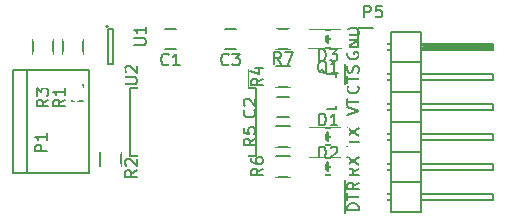
<source format=gto>
G04 #@! TF.FileFunction,Legend,Top*
%FSLAX46Y46*%
G04 Gerber Fmt 4.6, Leading zero omitted, Abs format (unit mm)*
G04 Created by KiCad (PCBNEW 4.0.0-stable) date Sunday, July 24, 2016 'PMt' 12:32:08 PM*
%MOMM*%
G01*
G04 APERTURE LIST*
%ADD10C,0.100000*%
%ADD11C,0.150000*%
%ADD12R,1.400000X1.650000*%
%ADD13R,1.598880X1.598880*%
%ADD14R,2.429460X1.540460*%
%ADD15R,1.750000X0.800000*%
%ADD16O,1.350000X1.650000*%
%ADD17O,1.950000X1.400000*%
%ADD18R,2.127200X2.432000*%
%ADD19O,2.127200X2.432000*%
%ADD20R,2.432000X2.127200*%
%ADD21O,2.432000X2.127200*%
%ADD22R,1.200100X1.200100*%
%ADD23R,1.700000X1.100000*%
%ADD24R,1.100000X1.700000*%
%ADD25R,1.460000X1.050000*%
%ADD26R,0.850000X2.150000*%
G04 APERTURE END LIST*
D10*
D11*
X28011381Y762143D02*
X27011381Y762143D01*
X27011381Y1000238D01*
X27059000Y1143096D01*
X27154238Y1238334D01*
X27249476Y1285953D01*
X27439952Y1333572D01*
X27582810Y1333572D01*
X27773286Y1285953D01*
X27868524Y1238334D01*
X27963762Y1143096D01*
X28011381Y1000238D01*
X28011381Y762143D01*
X27011381Y1619286D02*
X27011381Y2190715D01*
X28011381Y1905000D02*
X27011381Y1905000D01*
X28011381Y3095477D02*
X27535190Y2762143D01*
X28011381Y2524048D02*
X27011381Y2524048D01*
X27011381Y2905001D01*
X27059000Y3000239D01*
X27106619Y3047858D01*
X27201857Y3095477D01*
X27344714Y3095477D01*
X27439952Y3047858D01*
X27487571Y3000239D01*
X27535190Y2905001D01*
X27535190Y2524048D01*
X26839000Y524048D02*
X26839000Y3285953D01*
X28011381Y4278334D02*
X27535190Y3945000D01*
X28011381Y3706905D02*
X27011381Y3706905D01*
X27011381Y4087858D01*
X27059000Y4183096D01*
X27106619Y4230715D01*
X27201857Y4278334D01*
X27344714Y4278334D01*
X27439952Y4230715D01*
X27487571Y4183096D01*
X27535190Y4087858D01*
X27535190Y3706905D01*
X27011381Y4611667D02*
X28011381Y5278334D01*
X27011381Y5278334D02*
X28011381Y4611667D01*
X27011381Y6223095D02*
X27011381Y6794524D01*
X28011381Y6508809D02*
X27011381Y6508809D01*
X27011381Y7032619D02*
X28011381Y7699286D01*
X27011381Y7699286D02*
X28011381Y7032619D01*
X27011381Y8810714D02*
X28011381Y9144047D01*
X27011381Y9477381D01*
X27011381Y9667857D02*
X27011381Y10239286D01*
X28011381Y9953571D02*
X27011381Y9953571D01*
X27916143Y11263381D02*
X27963762Y11215762D01*
X28011381Y11072905D01*
X28011381Y10977667D01*
X27963762Y10834809D01*
X27868524Y10739571D01*
X27773286Y10691952D01*
X27582810Y10644333D01*
X27439952Y10644333D01*
X27249476Y10691952D01*
X27154238Y10739571D01*
X27059000Y10834809D01*
X27011381Y10977667D01*
X27011381Y11072905D01*
X27059000Y11215762D01*
X27106619Y11263381D01*
X27011381Y11549095D02*
X27011381Y12120524D01*
X28011381Y11834809D02*
X27011381Y11834809D01*
X27963762Y12406238D02*
X28011381Y12549095D01*
X28011381Y12787191D01*
X27963762Y12882429D01*
X27916143Y12930048D01*
X27820905Y12977667D01*
X27725667Y12977667D01*
X27630429Y12930048D01*
X27582810Y12882429D01*
X27535190Y12787191D01*
X27487571Y12596714D01*
X27439952Y12501476D01*
X27392333Y12453857D01*
X27297095Y12406238D01*
X27201857Y12406238D01*
X27106619Y12453857D01*
X27059000Y12501476D01*
X27011381Y12596714D01*
X27011381Y12834810D01*
X27059000Y12977667D01*
X26839000Y10453857D02*
X26839000Y13168143D01*
X27059000Y14097096D02*
X27011381Y14001858D01*
X27011381Y13859001D01*
X27059000Y13716143D01*
X27154238Y13620905D01*
X27249476Y13573286D01*
X27439952Y13525667D01*
X27582810Y13525667D01*
X27773286Y13573286D01*
X27868524Y13620905D01*
X27963762Y13716143D01*
X28011381Y13859001D01*
X28011381Y13954239D01*
X27963762Y14097096D01*
X27916143Y14144715D01*
X27582810Y14144715D01*
X27582810Y13954239D01*
X28011381Y14573286D02*
X27011381Y14573286D01*
X28011381Y15144715D01*
X27011381Y15144715D01*
X28011381Y15620905D02*
X27011381Y15620905D01*
X27011381Y15859000D01*
X27059000Y16001858D01*
X27154238Y16097096D01*
X27249476Y16144715D01*
X27439952Y16192334D01*
X27582810Y16192334D01*
X27773286Y16144715D01*
X27868524Y16097096D01*
X27963762Y16001858D01*
X28011381Y15859000D01*
X28011381Y15620905D01*
X22090000Y10375000D02*
X21090000Y10375000D01*
X21090000Y8675000D02*
X22090000Y8675000D01*
X23800000Y6235000D02*
X26500000Y6235000D01*
X23800000Y7735000D02*
X26500000Y7735000D01*
X25300000Y6835000D02*
X25300000Y7085000D01*
X25300000Y7085000D02*
X25150000Y6935000D01*
X25050000Y7335000D02*
X25050000Y6635000D01*
X25400000Y6985000D02*
X25750000Y6985000D01*
X25050000Y6985000D02*
X25400000Y7335000D01*
X25400000Y7335000D02*
X25400000Y6635000D01*
X25400000Y6635000D02*
X25050000Y6985000D01*
X23800000Y3695000D02*
X26500000Y3695000D01*
X23800000Y5195000D02*
X26500000Y5195000D01*
X25300000Y4295000D02*
X25300000Y4545000D01*
X25300000Y4545000D02*
X25150000Y4395000D01*
X25050000Y4795000D02*
X25050000Y4095000D01*
X25400000Y4445000D02*
X25750000Y4445000D01*
X25050000Y4445000D02*
X25400000Y4795000D01*
X25400000Y4795000D02*
X25400000Y4095000D01*
X25400000Y4095000D02*
X25050000Y4445000D01*
X-1277460Y12605900D02*
X-1277460Y3905900D01*
X5127540Y12605900D02*
X5127540Y3905900D01*
X5127540Y3905900D02*
X-1277460Y3905900D01*
X-47460Y3905900D02*
X-47460Y12605900D01*
X-1277460Y12605900D02*
X5127540Y12605900D01*
X27910000Y16155000D02*
X27910000Y14605000D01*
X29210000Y16155000D02*
X27910000Y16155000D01*
X33401000Y14732000D02*
X39243000Y14732000D01*
X39243000Y14732000D02*
X39243000Y14478000D01*
X39243000Y14478000D02*
X33401000Y14478000D01*
X33401000Y14478000D02*
X33401000Y14605000D01*
X33401000Y14605000D02*
X39243000Y14605000D01*
X30734000Y14859000D02*
X30353000Y14859000D01*
X30734000Y14351000D02*
X30353000Y14351000D01*
X30734000Y12319000D02*
X30353000Y12319000D01*
X30734000Y11811000D02*
X30353000Y11811000D01*
X30734000Y9779000D02*
X30353000Y9779000D01*
X30734000Y9271000D02*
X30353000Y9271000D01*
X30734000Y1651000D02*
X30353000Y1651000D01*
X30734000Y2159000D02*
X30353000Y2159000D01*
X30734000Y4191000D02*
X30353000Y4191000D01*
X30734000Y4699000D02*
X30353000Y4699000D01*
X30734000Y6731000D02*
X30353000Y6731000D01*
X30734000Y7239000D02*
X30353000Y7239000D01*
X30734000Y15875000D02*
X33274000Y15875000D01*
X30734000Y13335000D02*
X33274000Y13335000D01*
X30734000Y13335000D02*
X30734000Y10795000D01*
X30734000Y10795000D02*
X33274000Y10795000D01*
X33274000Y12319000D02*
X39370000Y12319000D01*
X39370000Y12319000D02*
X39370000Y11811000D01*
X39370000Y11811000D02*
X33274000Y11811000D01*
X33274000Y10795000D02*
X33274000Y13335000D01*
X33274000Y13335000D02*
X33274000Y15875000D01*
X39370000Y14351000D02*
X33274000Y14351000D01*
X39370000Y14859000D02*
X39370000Y14351000D01*
X33274000Y14859000D02*
X39370000Y14859000D01*
X30734000Y13335000D02*
X33274000Y13335000D01*
X30734000Y15875000D02*
X30734000Y13335000D01*
X30734000Y5715000D02*
X33274000Y5715000D01*
X30734000Y5715000D02*
X30734000Y3175000D01*
X30734000Y3175000D02*
X33274000Y3175000D01*
X33274000Y4699000D02*
X39370000Y4699000D01*
X39370000Y4699000D02*
X39370000Y4191000D01*
X39370000Y4191000D02*
X33274000Y4191000D01*
X33274000Y3175000D02*
X33274000Y5715000D01*
X33274000Y635000D02*
X33274000Y3175000D01*
X39370000Y1651000D02*
X33274000Y1651000D01*
X39370000Y2159000D02*
X39370000Y1651000D01*
X33274000Y2159000D02*
X39370000Y2159000D01*
X30734000Y635000D02*
X33274000Y635000D01*
X30734000Y3175000D02*
X30734000Y635000D01*
X30734000Y3175000D02*
X33274000Y3175000D01*
X30734000Y8255000D02*
X33274000Y8255000D01*
X30734000Y8255000D02*
X30734000Y5715000D01*
X30734000Y5715000D02*
X33274000Y5715000D01*
X33274000Y7239000D02*
X39370000Y7239000D01*
X39370000Y7239000D02*
X39370000Y6731000D01*
X39370000Y6731000D02*
X33274000Y6731000D01*
X33274000Y5715000D02*
X33274000Y8255000D01*
X33274000Y8255000D02*
X33274000Y10795000D01*
X39370000Y9271000D02*
X33274000Y9271000D01*
X39370000Y9779000D02*
X39370000Y9271000D01*
X33274000Y9779000D02*
X39370000Y9779000D01*
X30734000Y8255000D02*
X33274000Y8255000D01*
X30734000Y10795000D02*
X30734000Y8255000D01*
X30734000Y10795000D02*
X33274000Y10795000D01*
X26050240Y9495840D02*
X26050240Y9544100D01*
X25349200Y12294820D02*
X26050240Y12294820D01*
X26050240Y12294820D02*
X26050240Y12045900D01*
X26050240Y9495840D02*
X26050240Y9295180D01*
X26050240Y9295180D02*
X25349200Y9295180D01*
X4685000Y15205000D02*
X4685000Y14005000D01*
X2935000Y14005000D02*
X2935000Y15205000D01*
X7860000Y5680000D02*
X7860000Y4480000D01*
X6110000Y4480000D02*
X6110000Y5680000D01*
X2145000Y15205000D02*
X2145000Y14005000D01*
X395000Y14005000D02*
X395000Y15205000D01*
X22190000Y11190000D02*
X20990000Y11190000D01*
X20990000Y12940000D02*
X22190000Y12940000D01*
X22190000Y6110000D02*
X20990000Y6110000D01*
X20990000Y7860000D02*
X22190000Y7860000D01*
X22190000Y3570000D02*
X20990000Y3570000D01*
X20990000Y5320000D02*
X22190000Y5320000D01*
X6785000Y16305000D02*
G75*
G03X6785000Y16305000I-100000J0D01*
G01*
X7235000Y16055000D02*
X6735000Y16055000D01*
X7235000Y13155000D02*
X7235000Y16055000D01*
X6735000Y13155000D02*
X7235000Y13155000D01*
X6735000Y16055000D02*
X6735000Y13155000D01*
X19295000Y11130000D02*
X18645000Y11130000D01*
X19295000Y5380000D02*
X18645000Y5380000D01*
X8645000Y5380000D02*
X9295000Y5380000D01*
X8645000Y11130000D02*
X9295000Y11130000D01*
X19295000Y11130000D02*
X19295000Y5380000D01*
X8645000Y11130000D02*
X8645000Y5380000D01*
X18645000Y11130000D02*
X18645000Y12730000D01*
X12565000Y16090000D02*
X11565000Y16090000D01*
X11565000Y14390000D02*
X12565000Y14390000D01*
X23800000Y14490000D02*
X26500000Y14490000D01*
X23800000Y15990000D02*
X26500000Y15990000D01*
X25300000Y15090000D02*
X25300000Y15340000D01*
X25300000Y15340000D02*
X25150000Y15190000D01*
X25050000Y15590000D02*
X25050000Y14890000D01*
X25400000Y15240000D02*
X25750000Y15240000D01*
X25050000Y15240000D02*
X25400000Y15590000D01*
X25400000Y15590000D02*
X25400000Y14890000D01*
X25400000Y14890000D02*
X25050000Y15240000D01*
X22190000Y14365000D02*
X20990000Y14365000D01*
X20990000Y16115000D02*
X22190000Y16115000D01*
X16645000Y14390000D02*
X17645000Y14390000D01*
X17645000Y16090000D02*
X16645000Y16090000D01*
X19153143Y9231334D02*
X19200762Y9183715D01*
X19248381Y9040858D01*
X19248381Y8945620D01*
X19200762Y8802762D01*
X19105524Y8707524D01*
X19010286Y8659905D01*
X18819810Y8612286D01*
X18676952Y8612286D01*
X18486476Y8659905D01*
X18391238Y8707524D01*
X18296000Y8802762D01*
X18248381Y8945620D01*
X18248381Y9040858D01*
X18296000Y9183715D01*
X18343619Y9231334D01*
X18343619Y9612286D02*
X18296000Y9659905D01*
X18248381Y9755143D01*
X18248381Y9993239D01*
X18296000Y10088477D01*
X18343619Y10136096D01*
X18438857Y10183715D01*
X18534095Y10183715D01*
X18676952Y10136096D01*
X19248381Y9564667D01*
X19248381Y10183715D01*
X24661905Y7929619D02*
X24661905Y8929619D01*
X24900000Y8929619D01*
X25042858Y8882000D01*
X25138096Y8786762D01*
X25185715Y8691524D01*
X25233334Y8501048D01*
X25233334Y8358190D01*
X25185715Y8167714D01*
X25138096Y8072476D01*
X25042858Y7977238D01*
X24900000Y7929619D01*
X24661905Y7929619D01*
X26185715Y7929619D02*
X25614286Y7929619D01*
X25900000Y7929619D02*
X25900000Y8929619D01*
X25804762Y8786762D01*
X25709524Y8691524D01*
X25614286Y8643905D01*
X24661905Y5135619D02*
X24661905Y6135619D01*
X24900000Y6135619D01*
X25042858Y6088000D01*
X25138096Y5992762D01*
X25185715Y5897524D01*
X25233334Y5707048D01*
X25233334Y5564190D01*
X25185715Y5373714D01*
X25138096Y5278476D01*
X25042858Y5183238D01*
X24900000Y5135619D01*
X24661905Y5135619D01*
X25614286Y6040381D02*
X25661905Y6088000D01*
X25757143Y6135619D01*
X25995239Y6135619D01*
X26090477Y6088000D01*
X26138096Y6040381D01*
X26185715Y5945143D01*
X26185715Y5849905D01*
X26138096Y5707048D01*
X25566667Y5135619D01*
X26185715Y5135619D01*
X4162751Y10362607D02*
X4162751Y10029273D01*
X4686561Y10029273D02*
X3686561Y10029273D01*
X3686561Y10505464D01*
X4686561Y11410226D02*
X4686561Y10838797D01*
X4686561Y11124511D02*
X3686561Y11124511D01*
X3829418Y11029273D01*
X3924656Y10934035D01*
X3972275Y10838797D01*
X1595381Y5738905D02*
X595381Y5738905D01*
X595381Y6119858D01*
X643000Y6215096D01*
X690619Y6262715D01*
X785857Y6310334D01*
X928714Y6310334D01*
X1023952Y6262715D01*
X1071571Y6215096D01*
X1119190Y6119858D01*
X1119190Y5738905D01*
X1595381Y7262715D02*
X1595381Y6691286D01*
X1595381Y6977000D02*
X595381Y6977000D01*
X738238Y6881762D01*
X833476Y6786524D01*
X881095Y6691286D01*
X28471905Y17073619D02*
X28471905Y18073619D01*
X28852858Y18073619D01*
X28948096Y18026000D01*
X28995715Y17978381D01*
X29043334Y17883143D01*
X29043334Y17740286D01*
X28995715Y17645048D01*
X28948096Y17597429D01*
X28852858Y17549810D01*
X28471905Y17549810D01*
X29948096Y18073619D02*
X29471905Y18073619D01*
X29424286Y17597429D01*
X29471905Y17645048D01*
X29567143Y17692667D01*
X29805239Y17692667D01*
X29900477Y17645048D01*
X29948096Y17597429D01*
X29995715Y17502190D01*
X29995715Y17264095D01*
X29948096Y17168857D01*
X29900477Y17121238D01*
X29805239Y17073619D01*
X29567143Y17073619D01*
X29471905Y17121238D01*
X29424286Y17168857D01*
X25304762Y12279381D02*
X25209524Y12327000D01*
X25114286Y12422238D01*
X24971429Y12565095D01*
X24876190Y12612714D01*
X24780952Y12612714D01*
X24828571Y12374619D02*
X24733333Y12422238D01*
X24638095Y12517476D01*
X24590476Y12707952D01*
X24590476Y13041286D01*
X24638095Y13231762D01*
X24733333Y13327000D01*
X24828571Y13374619D01*
X25019048Y13374619D01*
X25114286Y13327000D01*
X25209524Y13231762D01*
X25257143Y13041286D01*
X25257143Y12707952D01*
X25209524Y12517476D01*
X25114286Y12422238D01*
X25019048Y12374619D01*
X24828571Y12374619D01*
X26209524Y12374619D02*
X25638095Y12374619D01*
X25923809Y12374619D02*
X25923809Y13374619D01*
X25828571Y13231762D01*
X25733333Y13136524D01*
X25638095Y13088905D01*
X3119381Y10120334D02*
X2643190Y9787000D01*
X3119381Y9548905D02*
X2119381Y9548905D01*
X2119381Y9929858D01*
X2167000Y10025096D01*
X2214619Y10072715D01*
X2309857Y10120334D01*
X2452714Y10120334D01*
X2547952Y10072715D01*
X2595571Y10025096D01*
X2643190Y9929858D01*
X2643190Y9548905D01*
X3119381Y11072715D02*
X3119381Y10501286D01*
X3119381Y10787000D02*
X2119381Y10787000D01*
X2262238Y10691762D01*
X2357476Y10596524D01*
X2405095Y10501286D01*
X9215381Y4151334D02*
X8739190Y3818000D01*
X9215381Y3579905D02*
X8215381Y3579905D01*
X8215381Y3960858D01*
X8263000Y4056096D01*
X8310619Y4103715D01*
X8405857Y4151334D01*
X8548714Y4151334D01*
X8643952Y4103715D01*
X8691571Y4056096D01*
X8739190Y3960858D01*
X8739190Y3579905D01*
X8310619Y4532286D02*
X8263000Y4579905D01*
X8215381Y4675143D01*
X8215381Y4913239D01*
X8263000Y5008477D01*
X8310619Y5056096D01*
X8405857Y5103715D01*
X8501095Y5103715D01*
X8643952Y5056096D01*
X9215381Y4484667D01*
X9215381Y5103715D01*
X1722381Y10120334D02*
X1246190Y9787000D01*
X1722381Y9548905D02*
X722381Y9548905D01*
X722381Y9929858D01*
X770000Y10025096D01*
X817619Y10072715D01*
X912857Y10120334D01*
X1055714Y10120334D01*
X1150952Y10072715D01*
X1198571Y10025096D01*
X1246190Y9929858D01*
X1246190Y9548905D01*
X722381Y10453667D02*
X722381Y11072715D01*
X1103333Y10739381D01*
X1103333Y10882239D01*
X1150952Y10977477D01*
X1198571Y11025096D01*
X1293810Y11072715D01*
X1531905Y11072715D01*
X1627143Y11025096D01*
X1674762Y10977477D01*
X1722381Y10882239D01*
X1722381Y10596524D01*
X1674762Y10501286D01*
X1627143Y10453667D01*
X19883381Y11898334D02*
X19407190Y11565000D01*
X19883381Y11326905D02*
X18883381Y11326905D01*
X18883381Y11707858D01*
X18931000Y11803096D01*
X18978619Y11850715D01*
X19073857Y11898334D01*
X19216714Y11898334D01*
X19311952Y11850715D01*
X19359571Y11803096D01*
X19407190Y11707858D01*
X19407190Y11326905D01*
X19216714Y12755477D02*
X19883381Y12755477D01*
X18835762Y12517381D02*
X19550048Y12279286D01*
X19550048Y12898334D01*
X19248381Y6818334D02*
X18772190Y6485000D01*
X19248381Y6246905D02*
X18248381Y6246905D01*
X18248381Y6627858D01*
X18296000Y6723096D01*
X18343619Y6770715D01*
X18438857Y6818334D01*
X18581714Y6818334D01*
X18676952Y6770715D01*
X18724571Y6723096D01*
X18772190Y6627858D01*
X18772190Y6246905D01*
X18248381Y7723096D02*
X18248381Y7246905D01*
X18724571Y7199286D01*
X18676952Y7246905D01*
X18629333Y7342143D01*
X18629333Y7580239D01*
X18676952Y7675477D01*
X18724571Y7723096D01*
X18819810Y7770715D01*
X19057905Y7770715D01*
X19153143Y7723096D01*
X19200762Y7675477D01*
X19248381Y7580239D01*
X19248381Y7342143D01*
X19200762Y7246905D01*
X19153143Y7199286D01*
X19883381Y4278334D02*
X19407190Y3945000D01*
X19883381Y3706905D02*
X18883381Y3706905D01*
X18883381Y4087858D01*
X18931000Y4183096D01*
X18978619Y4230715D01*
X19073857Y4278334D01*
X19216714Y4278334D01*
X19311952Y4230715D01*
X19359571Y4183096D01*
X19407190Y4087858D01*
X19407190Y3706905D01*
X18883381Y5135477D02*
X18883381Y4945000D01*
X18931000Y4849762D01*
X18978619Y4802143D01*
X19121476Y4706905D01*
X19311952Y4659286D01*
X19692905Y4659286D01*
X19788143Y4706905D01*
X19835762Y4754524D01*
X19883381Y4849762D01*
X19883381Y5040239D01*
X19835762Y5135477D01*
X19788143Y5183096D01*
X19692905Y5230715D01*
X19454810Y5230715D01*
X19359571Y5183096D01*
X19311952Y5135477D01*
X19264333Y5040239D01*
X19264333Y4849762D01*
X19311952Y4754524D01*
X19359571Y4706905D01*
X19454810Y4659286D01*
X8977381Y14732095D02*
X9786905Y14732095D01*
X9882143Y14779714D01*
X9929762Y14827333D01*
X9977381Y14922571D01*
X9977381Y15113048D01*
X9929762Y15208286D01*
X9882143Y15255905D01*
X9786905Y15303524D01*
X8977381Y15303524D01*
X9977381Y16303524D02*
X9977381Y15732095D01*
X9977381Y16017809D02*
X8977381Y16017809D01*
X9120238Y15922571D01*
X9215476Y15827333D01*
X9263095Y15732095D01*
X8215381Y11430095D02*
X9024905Y11430095D01*
X9120143Y11477714D01*
X9167762Y11525333D01*
X9215381Y11620571D01*
X9215381Y11811048D01*
X9167762Y11906286D01*
X9120143Y11953905D01*
X9024905Y12001524D01*
X8215381Y12001524D01*
X8310619Y12430095D02*
X8263000Y12477714D01*
X8215381Y12572952D01*
X8215381Y12811048D01*
X8263000Y12906286D01*
X8310619Y12953905D01*
X8405857Y13001524D01*
X8501095Y13001524D01*
X8643952Y12953905D01*
X9215381Y12382476D01*
X9215381Y13001524D01*
X11898334Y13104857D02*
X11850715Y13057238D01*
X11707858Y13009619D01*
X11612620Y13009619D01*
X11469762Y13057238D01*
X11374524Y13152476D01*
X11326905Y13247714D01*
X11279286Y13438190D01*
X11279286Y13581048D01*
X11326905Y13771524D01*
X11374524Y13866762D01*
X11469762Y13962000D01*
X11612620Y14009619D01*
X11707858Y14009619D01*
X11850715Y13962000D01*
X11898334Y13914381D01*
X12850715Y13009619D02*
X12279286Y13009619D01*
X12565000Y13009619D02*
X12565000Y14009619D01*
X12469762Y13866762D01*
X12374524Y13771524D01*
X12279286Y13723905D01*
X24661905Y13390619D02*
X24661905Y14390619D01*
X24900000Y14390619D01*
X25042858Y14343000D01*
X25138096Y14247762D01*
X25185715Y14152524D01*
X25233334Y13962048D01*
X25233334Y13819190D01*
X25185715Y13628714D01*
X25138096Y13533476D01*
X25042858Y13438238D01*
X24900000Y13390619D01*
X24661905Y13390619D01*
X25566667Y14390619D02*
X26185715Y14390619D01*
X25852381Y14009667D01*
X25995239Y14009667D01*
X26090477Y13962048D01*
X26138096Y13914429D01*
X26185715Y13819190D01*
X26185715Y13581095D01*
X26138096Y13485857D01*
X26090477Y13438238D01*
X25995239Y13390619D01*
X25709524Y13390619D01*
X25614286Y13438238D01*
X25566667Y13485857D01*
X21423334Y13136619D02*
X21090000Y13612810D01*
X20851905Y13136619D02*
X20851905Y14136619D01*
X21232858Y14136619D01*
X21328096Y14089000D01*
X21375715Y14041381D01*
X21423334Y13946143D01*
X21423334Y13803286D01*
X21375715Y13708048D01*
X21328096Y13660429D01*
X21232858Y13612810D01*
X20851905Y13612810D01*
X21756667Y14136619D02*
X22423334Y14136619D01*
X21994762Y13136619D01*
X16978334Y13104857D02*
X16930715Y13057238D01*
X16787858Y13009619D01*
X16692620Y13009619D01*
X16549762Y13057238D01*
X16454524Y13152476D01*
X16406905Y13247714D01*
X16359286Y13438190D01*
X16359286Y13581048D01*
X16406905Y13771524D01*
X16454524Y13866762D01*
X16549762Y13962000D01*
X16692620Y14009619D01*
X16787858Y14009619D01*
X16930715Y13962000D01*
X16978334Y13914381D01*
X17311667Y14009619D02*
X17930715Y14009619D01*
X17597381Y13628667D01*
X17740239Y13628667D01*
X17835477Y13581048D01*
X17883096Y13533429D01*
X17930715Y13438190D01*
X17930715Y13200095D01*
X17883096Y13104857D01*
X17835477Y13057238D01*
X17740239Y13009619D01*
X17454524Y13009619D01*
X17359286Y13057238D01*
X17311667Y13104857D01*
%LPC*%
D12*
X20590000Y9525000D03*
X22590000Y9525000D03*
D13*
X26449020Y6985000D03*
X24350980Y6985000D03*
X26449020Y4445000D03*
X24350980Y4445000D03*
D14*
X6985000Y9591040D03*
X6985000Y11998960D03*
D15*
X4102540Y9555900D03*
X4102540Y8905900D03*
X4102540Y8255900D03*
X4102540Y7605900D03*
X4102540Y6955900D03*
D16*
X4102540Y10755900D03*
X4102540Y5755900D03*
D17*
X1402540Y11755900D03*
X1402540Y4755900D03*
D18*
X16510000Y1905000D03*
D19*
X13970000Y1905000D03*
X11430000Y1905000D03*
D18*
X7620000Y1905000D03*
D19*
X5080000Y1905000D03*
X2540000Y1905000D03*
D20*
X29210000Y14605000D03*
D21*
X29210000Y12065000D03*
X29210000Y9525000D03*
X29210000Y6985000D03*
X29210000Y4445000D03*
X29210000Y1905000D03*
D18*
X25400000Y1905000D03*
D19*
X22860000Y1905000D03*
X20320000Y1905000D03*
D22*
X24399240Y11745000D03*
X24399240Y9845000D03*
X26398220Y10795000D03*
D23*
X3810000Y13655000D03*
X3810000Y15555000D03*
X6985000Y4130000D03*
X6985000Y6030000D03*
X1270000Y13655000D03*
X1270000Y15555000D03*
D24*
X20640000Y12065000D03*
X22540000Y12065000D03*
X20640000Y6985000D03*
X22540000Y6985000D03*
X20640000Y4445000D03*
X22540000Y4445000D03*
D25*
X5885000Y15555000D03*
X5885000Y14605000D03*
X5885000Y13655000D03*
X8085000Y13655000D03*
X8085000Y15555000D03*
D26*
X18195000Y11855000D03*
X17545000Y11855000D03*
X16895000Y11855000D03*
X16245000Y11855000D03*
X15595000Y11855000D03*
X14945000Y11855000D03*
X14295000Y11855000D03*
X13645000Y11855000D03*
X12995000Y11855000D03*
X12345000Y11855000D03*
X11695000Y11855000D03*
X11045000Y11855000D03*
X10395000Y11855000D03*
X9745000Y11855000D03*
X9745000Y4655000D03*
X10395000Y4655000D03*
X11045000Y4655000D03*
X11695000Y4655000D03*
X12345000Y4655000D03*
X12995000Y4655000D03*
X13645000Y4655000D03*
X14295000Y4655000D03*
X14945000Y4655000D03*
X15595000Y4655000D03*
X16245000Y4655000D03*
X16895000Y4655000D03*
X17545000Y4655000D03*
X18195000Y4655000D03*
D12*
X11065000Y15240000D03*
X13065000Y15240000D03*
D13*
X26449020Y15240000D03*
X24350980Y15240000D03*
D24*
X20640000Y15240000D03*
X22540000Y15240000D03*
D12*
X18145000Y15240000D03*
X16145000Y15240000D03*
M02*

</source>
